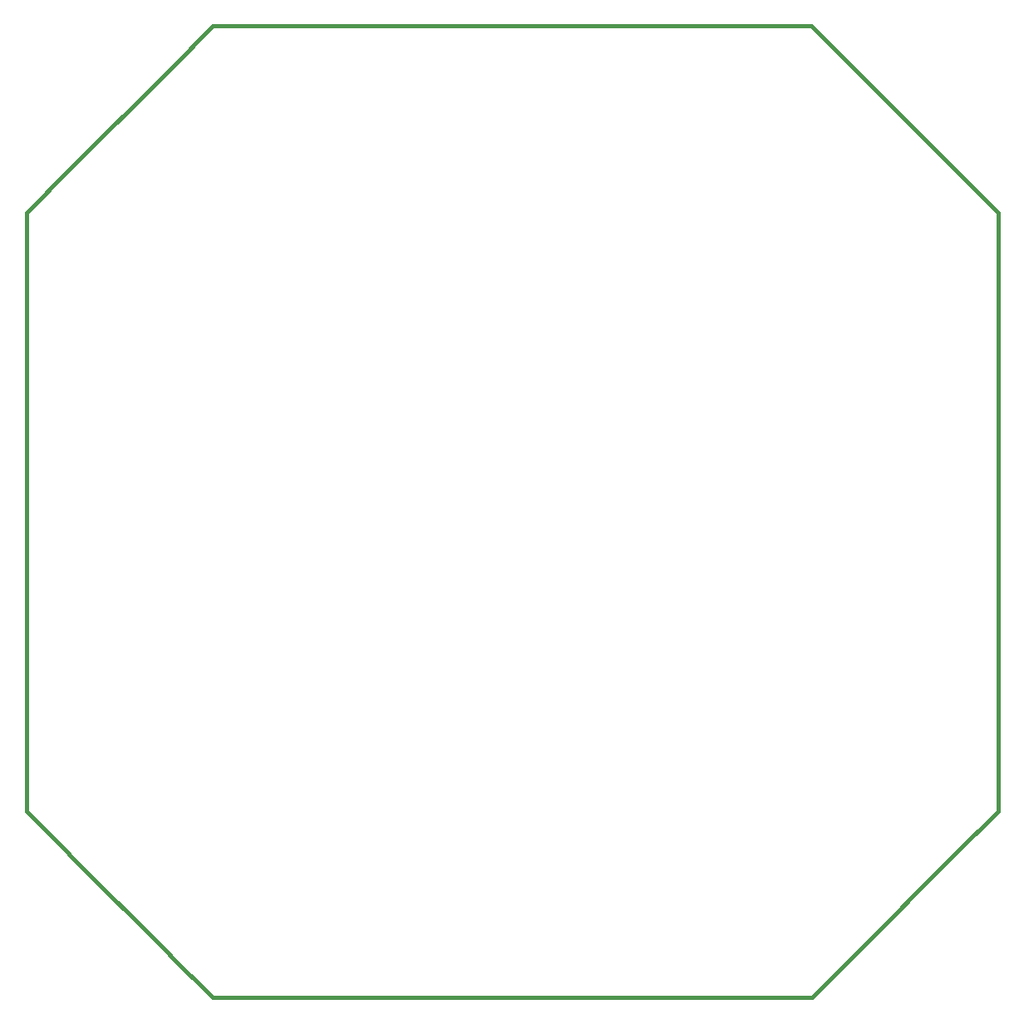
<source format=gbr>
G04 (created by PCBNEW (2013-june-11)-stable) date Sun 22 Dec 2013 01:43:27 AM CST*
%MOIN*%
G04 Gerber Fmt 3.4, Leading zero omitted, Abs format*
%FSLAX34Y34*%
G01*
G70*
G90*
G04 APERTURE LIST*
%ADD10C,0.00590551*%
%ADD11C,0.015*%
G04 APERTURE END LIST*
G54D10*
G54D11*
X59122Y-27015D02*
X35114Y-27015D01*
X66607Y-58488D02*
X66607Y-34504D01*
X35114Y-65984D02*
X59142Y-65984D01*
X27638Y-58504D02*
X27638Y-34500D01*
X33390Y-64256D02*
X35110Y-65976D01*
X27643Y-58508D02*
X27642Y-58508D01*
X29351Y-60216D02*
X27643Y-58508D01*
X59142Y-65969D02*
X59142Y-65980D01*
X60851Y-64260D02*
X59142Y-65969D01*
X66607Y-58503D02*
X66607Y-58500D01*
X64890Y-60220D02*
X66607Y-58503D01*
X66603Y-34492D02*
X66603Y-34496D01*
X64886Y-32775D02*
X66603Y-34492D01*
X59126Y-27015D02*
X59126Y-27012D01*
X60843Y-28732D02*
X59126Y-27015D01*
X33402Y-28728D02*
X35118Y-27012D01*
X27638Y-34495D02*
X27638Y-34496D01*
X29358Y-32775D02*
X27638Y-34495D01*
X29355Y-32779D02*
X33402Y-28732D01*
X64890Y-32779D02*
X60843Y-28732D01*
X60843Y-64267D02*
X64890Y-60220D01*
X33402Y-64267D02*
X29358Y-60223D01*
M02*

</source>
